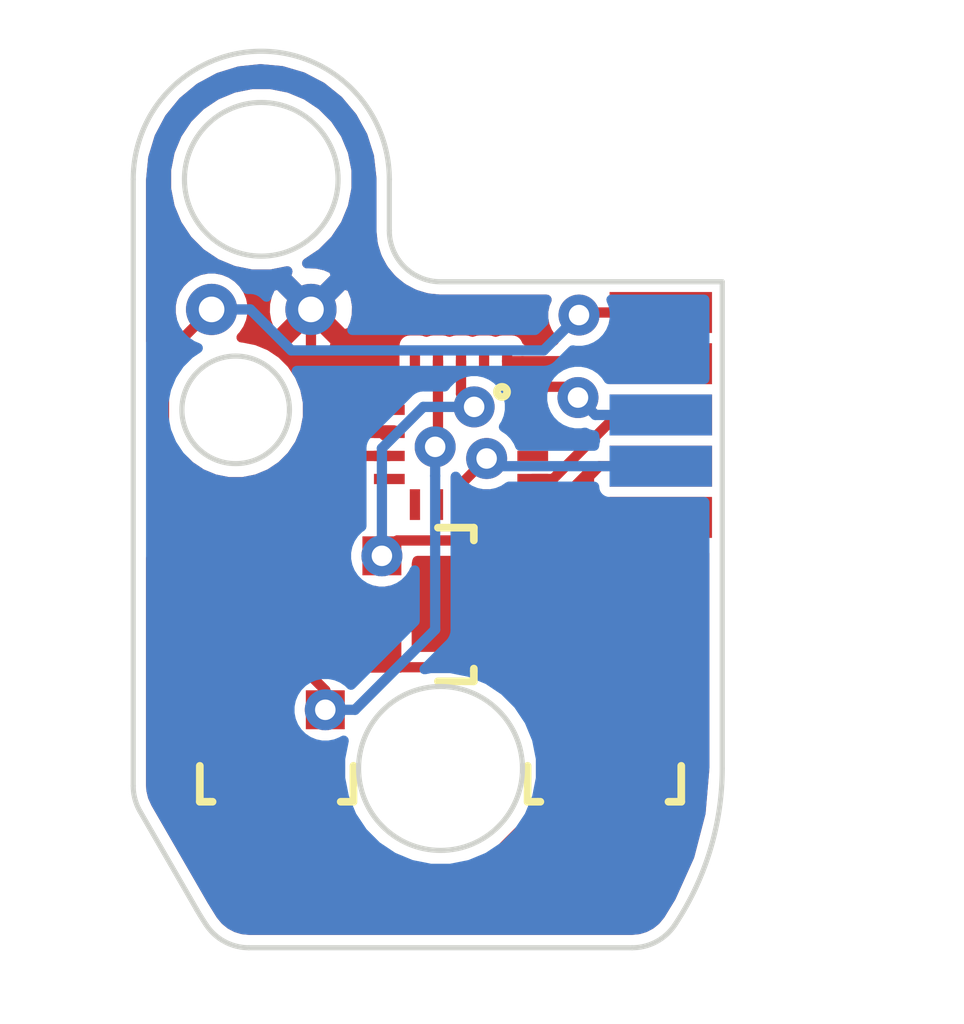
<source format=kicad_pcb>
(kicad_pcb (version 20171130) (host pcbnew "(5.1.5-rc2)")

  (general
    (thickness 1.6)
    (drawings 16)
    (tracks 103)
    (zones 0)
    (modules 12)
    (nets 11)
  )

  (page A4)
  (layers
    (0 F.Cu signal)
    (31 B.Cu signal)
    (32 B.Adhes user)
    (33 F.Adhes user)
    (34 B.Paste user)
    (35 F.Paste user)
    (36 B.SilkS user)
    (37 F.SilkS user)
    (38 B.Mask user)
    (39 F.Mask user)
    (40 Dwgs.User user)
    (41 Cmts.User user)
    (42 Eco1.User user)
    (43 Eco2.User user)
    (44 Edge.Cuts user)
    (45 Margin user)
    (46 B.CrtYd user)
    (47 F.CrtYd user)
    (48 B.Fab user)
    (49 F.Fab user)
  )

  (setup
    (last_trace_width 0.25)
    (user_trace_width 0.18)
    (user_trace_width 0.2)
    (user_trace_width 0.3)
    (user_trace_width 0.4)
    (user_trace_width 0.5)
    (user_trace_width 0.8)
    (user_trace_width 1)
    (user_trace_width 1.4)
    (trace_clearance 0.2)
    (zone_clearance 0.2)
    (zone_45_only no)
    (trace_min 0.18)
    (via_size 0.8)
    (via_drill 0.4)
    (via_min_size 0.4)
    (via_min_drill 0.3)
    (uvia_size 0.3)
    (uvia_drill 0.1)
    (uvias_allowed no)
    (uvia_min_size 0.2)
    (uvia_min_drill 0.1)
    (edge_width 0.05)
    (segment_width 0.2)
    (pcb_text_width 0.3)
    (pcb_text_size 1.5 1.5)
    (mod_edge_width 0.12)
    (mod_text_size 1 1)
    (mod_text_width 0.15)
    (pad_size 2.6 2.6)
    (pad_drill 1.6)
    (pad_to_mask_clearance 0.051)
    (solder_mask_min_width 0.25)
    (aux_axis_origin 0 0)
    (visible_elements FFFDFF7F)
    (pcbplotparams
      (layerselection 0x010f0_ffffffff)
      (usegerberextensions true)
      (usegerberattributes false)
      (usegerberadvancedattributes false)
      (creategerberjobfile false)
      (excludeedgelayer true)
      (linewidth 0.100000)
      (plotframeref false)
      (viasonmask false)
      (mode 1)
      (useauxorigin false)
      (hpglpennumber 1)
      (hpglpenspeed 20)
      (hpglpendiameter 15.000000)
      (psnegative false)
      (psa4output false)
      (plotreference true)
      (plotvalue true)
      (plotinvisibletext false)
      (padsonsilk false)
      (subtractmaskfromsilk true)
      (outputformat 1)
      (mirror false)
      (drillshape 0)
      (scaleselection 1)
      (outputdirectory ""))
  )

  (net 0 "")
  (net 1 GND)
  (net 2 "Net-(R29-Pad2)")
  (net 3 "Net-(R30-Pad2)")
  (net 4 +5V)
  (net 5 +3V3)
  (net 6 /SDA\MOSI)
  (net 7 /SCL\SCK)
  (net 8 /HOLD)
  (net 9 /MISO)
  (net 10 /RESET)

  (net_class Default "これはデフォルトのネット クラスです。"
    (clearance 0.2)
    (trace_width 0.25)
    (via_dia 0.8)
    (via_drill 0.4)
    (uvia_dia 0.3)
    (uvia_drill 0.1)
    (add_net +3V3)
    (add_net +5V)
    (add_net /HOLD)
    (add_net /MISO)
    (add_net /RESET)
    (add_net /SCL\SCK)
    (add_net /SDA\MOSI)
    (add_net GND)
    (add_net "Net-(R29-Pad2)")
    (add_net "Net-(R30-Pad2)")
    (add_net "Net-(U14-Pad10)")
    (add_net "Net-(U14-Pad11)")
    (add_net "Net-(U14-Pad12)")
    (add_net "Net-(U14-Pad14)")
    (add_net "Net-(U14-Pad15)")
    (add_net "Net-(U14-Pad17)")
    (add_net "Net-(U14-Pad18)")
    (add_net "Net-(U14-Pad19)")
    (add_net "Net-(U14-Pad2)")
    (add_net "Net-(U14-Pad5)")
    (add_net "Net-(U14-Pad6)")
    (add_net "Net-(U14-Pad7)")
  )

  (module module:QFN-20_P0.45 (layer F.Cu) (tedit 5F9D23B1) (tstamp 5FA1429A)
    (at 6.400045 7.449986 270)
    (path /6007CAB3)
    (fp_text reference U14 (at 0 -7.12 90) (layer F.SilkS) hide
      (effects (font (size 1 1) (thickness 0.15)))
    )
    (fp_text value ATtiny84A-MMH (at 0 -8.12 90) (layer F.Fab)
      (effects (font (size 1 1) (thickness 0.15)))
    )
    (fp_circle (center -0.8 -0.8) (end -0.8 -0.7) (layer F.SilkS) (width 0.15))
    (pad 20 smd rect (at -0.9 -1.4) (size 0.6 0.2) (layers F.Cu F.Paste F.Mask)
      (net 9 /MISO))
    (pad 19 smd rect (at -0.45 -1.4) (size 0.6 0.2) (layers F.Cu F.Paste F.Mask))
    (pad 18 smd rect (at 0 -1.4) (size 0.6 0.2) (layers F.Cu F.Paste F.Mask))
    (pad 17 smd rect (at 0.45 -1.4) (size 0.6 0.2) (layers F.Cu F.Paste F.Mask))
    (pad 16 smd rect (at 0.9 -1.4) (size 0.6 0.2) (layers F.Cu F.Paste F.Mask)
      (net 6 /SDA\MOSI))
    (pad 15 smd rect (at 1.4 -0.9 270) (size 0.6 0.2) (layers F.Cu F.Paste F.Mask))
    (pad 14 smd rect (at 1.4 -0.45 270) (size 0.6 0.2) (layers F.Cu F.Paste F.Mask))
    (pad 13 smd rect (at 1.4 0 270) (size 0.6 0.2) (layers F.Cu F.Paste F.Mask)
      (net 10 /RESET))
    (pad 12 smd rect (at 1.4 0.45 270) (size 0.6 0.2) (layers F.Cu F.Paste F.Mask))
    (pad 11 smd rect (at 1.4 0.9 270) (size 0.6 0.2) (layers F.Cu F.Paste F.Mask))
    (pad 10 smd rect (at 0.9 1.4) (size 0.6 0.2) (layers F.Cu F.Paste F.Mask))
    (pad 9 smd rect (at 0.45 1.4) (size 0.6 0.2) (layers F.Cu F.Paste F.Mask)
      (net 5 +3V3))
    (pad 8 smd rect (at 0 1.4) (size 0.6 0.2) (layers F.Cu F.Paste F.Mask)
      (net 1 GND))
    (pad 7 smd rect (at -0.45 1.4) (size 0.6 0.2) (layers F.Cu F.Paste F.Mask))
    (pad 6 smd rect (at -0.9 1.4) (size 0.6 0.2) (layers F.Cu F.Paste F.Mask))
    (pad 5 smd rect (at -1.4 0.9 270) (size 0.6 0.2) (layers F.Cu F.Paste F.Mask))
    (pad 4 smd rect (at -1.4 0.45 270) (size 0.6 0.2) (layers F.Cu F.Paste F.Mask)
      (net 2 "Net-(R29-Pad2)"))
    (pad 3 smd rect (at -1.4 0 270) (size 0.6 0.2) (layers F.Cu F.Paste F.Mask)
      (net 3 "Net-(R30-Pad2)"))
    (pad 2 smd rect (at -1.4 -0.45 270) (size 0.6 0.2) (layers F.Cu F.Paste F.Mask))
    (pad 1 smd rect (at -1.4 -0.9 270) (size 0.6 0.2) (layers F.Cu F.Paste F.Mask)
      (net 7 /SCL\SCK))
  )

  (module module:Q_SOT-23 (layer F.Cu) (tedit 5965F5F4) (tstamp 5FA1426C)
    (at 6.000045 10.799986 270)
    (descr SOT-23)
    (tags SOT-23)
    (path /6008AF1B)
    (attr smd)
    (fp_text reference U13 (at 0 -2.25 90) (layer F.SilkS) hide
      (effects (font (size 1 1) (thickness 0.15)))
    )
    (fp_text value AH1751 (at 0 2.3 90) (layer F.Fab)
      (effects (font (size 1 1) (thickness 0.15)))
    )
    (fp_line (start 1.49982 -0.65024) (end 1.49982 0.0508) (layer F.SilkS) (width 0.15))
    (fp_line (start 1.29916 -0.65024) (end 1.49982 -0.65024) (layer F.SilkS) (width 0.15))
    (fp_line (start -1.49982 -0.65024) (end -1.2509 -0.65024) (layer F.SilkS) (width 0.15))
    (fp_line (start -1.49982 0.0508) (end -1.49982 -0.65024) (layer F.SilkS) (width 0.15))
    (fp_line (start 1.29916 -0.65024) (end 1.2509 -0.65024) (layer F.SilkS) (width 0.15))
    (pad 3 smd rect (at 0 -1.145 270) (size 0.76 0.76) (layers F.Cu F.Paste F.Mask)
      (net 1 GND))
    (pad 2 smd rect (at 0.95 1.145 270) (size 0.76 0.76) (layers F.Cu F.Paste F.Mask)
      (net 5 +3V3))
    (pad 1 smd rect (at -0.95 1.145 270) (size 0.76 0.76) (layers F.Cu F.Paste F.Mask)
      (net 3 "Net-(R30-Pad2)"))
    (model TO_SOT_Packages_SMD.3dshapes/SOT-23.wrl
      (at (xyz 0 0 0))
      (scale (xyz 1 1 1))
      (rotate (xyz 0 0 0))
    )
  )

  (module module:Q_SOT-23 (layer F.Cu) (tedit 5965F5F4) (tstamp 5FA14260)
    (at 2.800045 13.999986 180)
    (descr SOT-23)
    (tags SOT-23)
    (path /60086555)
    (attr smd)
    (fp_text reference U12 (at 0 -2.25) (layer F.SilkS) hide
      (effects (font (size 1 1) (thickness 0.15)))
    )
    (fp_text value AH1751 (at 0 2.3) (layer F.Fab)
      (effects (font (size 1 1) (thickness 0.15)))
    )
    (fp_line (start 1.49982 -0.65024) (end 1.49982 0.0508) (layer F.SilkS) (width 0.15))
    (fp_line (start 1.29916 -0.65024) (end 1.49982 -0.65024) (layer F.SilkS) (width 0.15))
    (fp_line (start -1.49982 -0.65024) (end -1.2509 -0.65024) (layer F.SilkS) (width 0.15))
    (fp_line (start -1.49982 0.0508) (end -1.49982 -0.65024) (layer F.SilkS) (width 0.15))
    (fp_line (start 1.29916 -0.65024) (end 1.2509 -0.65024) (layer F.SilkS) (width 0.15))
    (pad 3 smd rect (at 0 -1.145 180) (size 0.76 0.76) (layers F.Cu F.Paste F.Mask)
      (net 1 GND))
    (pad 2 smd rect (at 0.95 1.145 180) (size 0.76 0.76) (layers F.Cu F.Paste F.Mask)
      (net 5 +3V3))
    (pad 1 smd rect (at -0.95 1.145 180) (size 0.76 0.76) (layers F.Cu F.Paste F.Mask)
      (net 2 "Net-(R29-Pad2)"))
    (model TO_SOT_Packages_SMD.3dshapes/SOT-23.wrl
      (at (xyz 0 0 0))
      (scale (xyz 1 1 1))
      (rotate (xyz 0 0 0))
    )
  )

  (module module:Q_SOT-23 (layer F.Cu) (tedit 5965F5F4) (tstamp 5FA14254)
    (at 9.200045 13.999986 180)
    (descr SOT-23)
    (tags SOT-23)
    (path /60041904)
    (attr smd)
    (fp_text reference U11 (at 0 -2.25) (layer F.SilkS) hide
      (effects (font (size 1 1) (thickness 0.15)))
    )
    (fp_text value AP7333 (at 0 2.3) (layer F.Fab)
      (effects (font (size 1 1) (thickness 0.15)))
    )
    (fp_line (start 1.49982 -0.65024) (end 1.49982 0.0508) (layer F.SilkS) (width 0.15))
    (fp_line (start 1.29916 -0.65024) (end 1.49982 -0.65024) (layer F.SilkS) (width 0.15))
    (fp_line (start -1.49982 -0.65024) (end -1.2509 -0.65024) (layer F.SilkS) (width 0.15))
    (fp_line (start -1.49982 0.0508) (end -1.49982 -0.65024) (layer F.SilkS) (width 0.15))
    (fp_line (start 1.29916 -0.65024) (end 1.2509 -0.65024) (layer F.SilkS) (width 0.15))
    (pad 3 smd rect (at 0 -1.145 180) (size 0.76 0.76) (layers F.Cu F.Paste F.Mask)
      (net 1 GND))
    (pad 2 smd rect (at 0.95 1.145 180) (size 0.76 0.76) (layers F.Cu F.Paste F.Mask)
      (net 5 +3V3))
    (pad 1 smd rect (at -0.95 1.145 180) (size 0.76 0.76) (layers F.Cu F.Paste F.Mask)
      (net 4 +5V))
    (model TO_SOT_Packages_SMD.3dshapes/SOT-23.wrl
      (at (xyz 0 0 0))
      (scale (xyz 1 1 1))
      (rotate (xyz 0 0 0))
    )
  )

  (module module:1005 (layer F.Cu) (tedit 5BA72218) (tstamp 5FA13ECE)
    (at 7.975045 10.049986 90)
    (path /6008AF21)
    (fp_text reference R30 (at 0 -0.77 90) (layer F.SilkS) hide
      (effects (font (size 1 1) (thickness 0.15)))
    )
    (fp_text value 10K (at 0 -1.77 90) (layer F.Fab)
      (effects (font (size 1 1) (thickness 0.15)))
    )
    (pad 2 smd rect (at 0.5 0 90) (size 0.4 0.5) (layers F.Cu F.Paste F.Mask)
      (net 3 "Net-(R30-Pad2)"))
    (pad 1 smd rect (at -0.5 0 90) (size 0.4 0.5) (layers F.Cu F.Paste F.Mask)
      (net 5 +3V3))
  )

  (module module:1005 (layer F.Cu) (tedit 5BA72218) (tstamp 5FA13EC8)
    (at 2.800045 12.024986)
    (path /60089362)
    (fp_text reference R29 (at 0 -0.77) (layer F.SilkS) hide
      (effects (font (size 1 1) (thickness 0.15)))
    )
    (fp_text value 10K (at 0 -1.77) (layer F.Fab)
      (effects (font (size 1 1) (thickness 0.15)))
    )
    (pad 2 smd rect (at 0.5 0) (size 0.4 0.5) (layers F.Cu F.Paste F.Mask)
      (net 2 "Net-(R29-Pad2)"))
    (pad 1 smd rect (at -0.5 0) (size 0.4 0.5) (layers F.Cu F.Paste F.Mask)
      (net 5 +3V3))
  )

  (module module:1005 (layer F.Cu) (tedit 5BA72218) (tstamp 5FA13EC2)
    (at 1.850045 10.874986 270)
    (path /60084517)
    (fp_text reference R28 (at 0 -0.77 90) (layer F.SilkS) hide
      (effects (font (size 1 1) (thickness 0.15)))
    )
    (fp_text value 4.7K (at 0 -1.77 90) (layer F.Fab)
      (effects (font (size 1 1) (thickness 0.15)))
    )
    (pad 2 smd rect (at 0.5 0 270) (size 0.4 0.5) (layers F.Cu F.Paste F.Mask)
      (net 5 +3V3))
    (pad 1 smd rect (at -0.5 0 270) (size 0.4 0.5) (layers F.Cu F.Paste F.Mask)
      (net 8 /HOLD))
  )

  (module module:2Pads (layer F.Cu) (tedit 5FA0F6F6) (tstamp 5FA13DA8)
    (at 2.500045 5.039986)
    (path /6008171B)
    (fp_text reference Q24 (at 0 -3.81) (layer F.SilkS) hide
      (effects (font (size 1 1) (thickness 0.15)))
    )
    (fp_text value Q_Photo_NPN (at 0 -5.08) (layer F.Fab)
      (effects (font (size 1 1) (thickness 0.15)))
    )
    (pad 2 thru_hole circle (at 0.97 0) (size 1 1) (drill 0.5) (layers *.Cu *.Mask)
      (net 1 GND))
    (pad 1 thru_hole circle (at -0.97 0) (size 1 1) (drill 0.5) (layers *.Cu *.Mask)
      (net 8 /HOLD))
  )

  (module module:2Pads (layer B.Cu) (tedit 5FA0F647) (tstamp 5FA13BF3)
    (at 10.300045 7.599986 90)
    (path /60286B18)
    (fp_text reference J11 (at 0 3.81 90) (layer B.SilkS) hide
      (effects (font (size 1 1) (thickness 0.15)) (justify mirror))
    )
    (fp_text value Conn_01x02 (at 0 5.08 90) (layer B.Fab)
      (effects (font (size 1 1) (thickness 0.15)) (justify mirror))
    )
    (pad 2 smd rect (at 0.5 0 90) (size 0.8 2) (layers B.Cu B.Paste B.Mask)
      (net 9 /MISO))
    (pad 1 smd rect (at -0.5 0 90) (size 0.8 2) (layers B.Cu B.Paste B.Mask)
      (net 10 /RESET))
  )

  (module module:CONN_01x05 (layer F.Cu) (tedit 5FA0F4C7) (tstamp 5FA13AEF)
    (at 10.300045 7.099986 270)
    (path /600098A8)
    (fp_text reference J5 (at 0 -1.27 90) (layer F.SilkS) hide
      (effects (font (size 1 1) (thickness 0.15)))
    )
    (fp_text value Conn_01x05 (at 0 -1.27 90) (layer F.Fab)
      (effects (font (size 1 1) (thickness 0.15)))
    )
    (pad 5 smd rect (at 2 0 270) (size 0.8 2) (layers F.Cu F.Paste F.Mask)
      (net 4 +5V))
    (pad 4 smd rect (at 1 0 270) (size 0.8 2) (layers F.Cu F.Paste F.Mask)
      (net 1 GND))
    (pad 3 smd rect (at 0 0 270) (size 0.8 2) (layers F.Cu F.Paste F.Mask)
      (net 6 /SDA\MOSI))
    (pad 2 smd rect (at -1 0 270) (size 0.8 2) (layers F.Cu F.Paste F.Mask)
      (net 7 /SCL\SCK))
    (pad 1 smd rect (at -2 0 270) (size 0.8 2) (layers F.Cu F.Paste F.Mask)
      (net 8 /HOLD))
  )

  (module module:1005 (layer F.Cu) (tedit 5BA72218) (tstamp 5FA137EE)
    (at 8.400045 12.024986 180)
    (path /6007AD97)
    (fp_text reference C33 (at 0 -0.77) (layer F.SilkS) hide
      (effects (font (size 1 1) (thickness 0.15)))
    )
    (fp_text value 1u (at 0 -1.77) (layer F.Fab)
      (effects (font (size 1 1) (thickness 0.15)))
    )
    (pad 2 smd rect (at 0.5 0 180) (size 0.4 0.5) (layers F.Cu F.Paste F.Mask)
      (net 5 +3V3))
    (pad 1 smd rect (at -0.5 0 180) (size 0.4 0.5) (layers F.Cu F.Paste F.Mask)
      (net 1 GND))
  )

  (module module:1005 (layer F.Cu) (tedit 5BA72218) (tstamp 5FA137E8)
    (at 10.000045 12.024986 180)
    (path /6007918F)
    (fp_text reference C32 (at 0 -0.77) (layer F.SilkS) hide
      (effects (font (size 1 1) (thickness 0.15)))
    )
    (fp_text value 1u (at 0 -1.77) (layer F.Fab)
      (effects (font (size 1 1) (thickness 0.15)))
    )
    (pad 2 smd rect (at 0.5 0 180) (size 0.4 0.5) (layers F.Cu F.Paste F.Mask)
      (net 1 GND))
    (pad 1 smd rect (at -0.5 0 180) (size 0.4 0.5) (layers F.Cu F.Paste F.Mask)
      (net 4 +5V))
  )

  (gr_line (start 2.258343 17.5) (end 9.741658 17.5) (layer Edge.Cuts) (width 0.1))
  (gr_arc (start 2.258343 16.5) (end 1.426863 17.055555) (angle -56.2510114) (layer Edge.Cuts) (width 0.1))
  (gr_arc (start 6 14) (end 1.23686 16.75) (angle -3.748988596) (layer Edge.Cuts) (width 0.1))
  (gr_line (start 0.133975 14.839746) (end 1.23686 16.75) (layer Edge.Cuts) (width 0.1))
  (gr_arc (start 1 14.339746) (end 0 14.339746) (angle -30) (layer Edge.Cuts) (width 0.1))
  (gr_line (start 0 2.5) (end 0 14.339746) (layer Edge.Cuts) (width 0.1))
  (gr_arc (start 2.5 2.5) (end 5 2.5) (angle -180) (layer Edge.Cuts) (width 0.1))
  (gr_line (start 5 3.5) (end 5 2.5) (layer Edge.Cuts) (width 0.1))
  (gr_arc (start 6 3.5) (end 5 3.5) (angle -90) (layer Edge.Cuts) (width 0.1))
  (gr_line (start 11.5 4.5) (end 6 4.5) (layer Edge.Cuts) (width 0.1))
  (gr_line (start 11.5 14) (end 11.5 4.5) (layer Edge.Cuts) (width 0.1))
  (gr_arc (start 6 14) (end 10.573137 17.055555) (angle -33.7489886) (layer Edge.Cuts) (width 0.1))
  (gr_arc (start 9.741658 16.5) (end 9.741658 17.5) (angle -56.2510114) (layer Edge.Cuts) (width 0.1))
  (gr_circle (center 2 7) (end 2 5.95) (layer Edge.Cuts) (width 0.1))
  (gr_circle (center 2.5 2.5) (end 2.5 1) (layer Edge.Cuts) (width 0.1))
  (gr_circle (center 6 14) (end 6 12.4) (layer Edge.Cuts) (width 0.1))

  (segment (start 8.900045 12.024986) (end 9.500045 12.024986) (width 0.2) (layer F.Cu) (net 1))
  (segment (start 9.200045 12.024986) (end 8.900045 12.024986) (width 0.2) (layer F.Cu) (net 1))
  (segment (start 9.200045 15.144986) (end 9.200045 12.024986) (width 0.2) (layer F.Cu) (net 1))
  (segment (start 8.900045 11.574986) (end 8.900045 12.024986) (width 0.2) (layer F.Cu) (net 1))
  (segment (start 8.543245 8.656786) (end 8.543245 11.218186) (width 0.2) (layer F.Cu) (net 1))
  (segment (start 8.543245 11.218186) (end 8.900045 11.574986) (width 0.2) (layer F.Cu) (net 1))
  (segment (start 9.100045 8.099986) (end 8.543245 8.656786) (width 0.2) (layer F.Cu) (net 1))
  (segment (start 10.300045 8.099986) (end 9.100045 8.099986) (width 0.2) (layer F.Cu) (net 1))
  (segment (start 9.200045 15.144986) (end 9.200045 15.724986) (width 0.2) (layer F.Cu) (net 1))
  (segment (start 3.444888 16.369829) (end 2.800045 15.724986) (width 0.2) (layer F.Cu) (net 1))
  (segment (start 9.200045 15.724986) (end 8.555202 16.369829) (width 0.2) (layer F.Cu) (net 1))
  (segment (start 8.555202 16.369829) (end 3.444888 16.369829) (width 0.2) (layer F.Cu) (net 1))
  (segment (start 2.800045 15.724986) (end 2.800045 15.144986) (width 0.2) (layer F.Cu) (net 1))
  (segment (start 4.500045 7.449986) (end 5.000045 7.449986) (width 0.2) (layer F.Cu) (net 1))
  (segment (start 3.470045 6.419986) (end 4.500045 7.449986) (width 0.2) (layer F.Cu) (net 1))
  (segment (start 3.470045 5.039986) (end 3.470045 6.419986) (width 0.2) (layer F.Cu) (net 1))
  (segment (start 8.543245 10.062486) (end 8.543245 11.218186) (width 0.18) (layer F.Cu) (net 1))
  (segment (start 8.457046 10.059985) (end 8.459547 10.062486) (width 0.18) (layer F.Cu) (net 1))
  (segment (start 7.493044 10.059985) (end 8.457046 10.059985) (width 0.18) (layer F.Cu) (net 1))
  (segment (start 8.459547 10.062486) (end 8.543245 10.062486) (width 0.18) (layer F.Cu) (net 1))
  (segment (start 7.490543 10.062486) (end 7.493044 10.059985) (width 0.18) (layer F.Cu) (net 1))
  (segment (start 7.322545 10.062486) (end 7.490543 10.062486) (width 0.18) (layer F.Cu) (net 1))
  (segment (start 7.145045 10.239986) (end 7.322545 10.062486) (width 0.18) (layer F.Cu) (net 1))
  (segment (start 7.145045 10.799986) (end 7.145045 10.239986) (width 0.18) (layer F.Cu) (net 1))
  (segment (start 4.408485 7.449986) (end 3.523234 8.335237) (width 0.18) (layer F.Cu) (net 1))
  (segment (start 2.332046 10.864987) (end 1.388042 10.864987) (width 0.18) (layer F.Cu) (net 1))
  (segment (start 3.523234 8.335237) (end 3.523234 9.673799) (width 0.18) (layer F.Cu) (net 1))
  (segment (start 3.523234 9.673799) (end 2.332046 10.864987) (width 0.18) (layer F.Cu) (net 1))
  (segment (start 5.000045 7.449986) (end 4.408485 7.449986) (width 0.18) (layer F.Cu) (net 1))
  (segment (start 1.180044 11.072985) (end 1.180044 14.084985) (width 0.18) (layer F.Cu) (net 1))
  (segment (start 1.388042 10.864987) (end 1.180044 11.072985) (width 0.18) (layer F.Cu) (net 1))
  (segment (start 1.180044 14.084985) (end 2.240045 15.144986) (width 0.18) (layer F.Cu) (net 1))
  (segment (start 2.240045 15.144986) (end 2.800045 15.144986) (width 0.18) (layer F.Cu) (net 1))
  (segment (start 3.750045 12.474986) (end 3.300045 12.024986) (width 0.2) (layer F.Cu) (net 2))
  (segment (start 3.750045 12.854986) (end 3.750045 12.474986) (width 0.2) (layer F.Cu) (net 2))
  (via (at 3.750045 12.854986) (size 0.8) (drill 0.4) (layers F.Cu B.Cu) (net 2))
  (segment (start 5.950045 6.049986) (end 5.950045 7.667479) (width 0.2) (layer F.Cu) (net 2))
  (via (at 5.895031 7.722493) (size 0.8) (drill 0.4) (layers F.Cu B.Cu) (net 2))
  (segment (start 5.950045 7.667479) (end 5.895031 7.722493) (width 0.2) (layer F.Cu) (net 2))
  (segment (start 4.330045 12.854986) (end 5.895031 11.29) (width 0.2) (layer B.Cu) (net 2))
  (segment (start 3.750045 12.854986) (end 4.330045 12.854986) (width 0.2) (layer B.Cu) (net 2))
  (segment (start 5.895031 8.288178) (end 5.895031 7.722493) (width 0.2) (layer B.Cu) (net 2))
  (segment (start 5.895031 11.29) (end 5.895031 8.288178) (width 0.2) (layer B.Cu) (net 2))
  (segment (start 5.155045 9.549986) (end 4.855045 9.849986) (width 0.2) (layer F.Cu) (net 3))
  (segment (start 7.975045 9.549986) (end 5.155045 9.549986) (width 0.2) (layer F.Cu) (net 3))
  (via (at 6.65573 6.942529) (size 0.8) (drill 0.4) (layers F.Cu B.Cu) (net 3))
  (segment (start 6.400045 6.686844) (end 6.65573 6.942529) (width 0.2) (layer F.Cu) (net 3))
  (segment (start 6.400045 6.049986) (end 6.400045 6.686844) (width 0.2) (layer F.Cu) (net 3))
  (via (at 4.855045 9.849986) (size 0.8) (drill 0.4) (layers F.Cu B.Cu) (net 3))
  (segment (start 4.855045 7.750686) (end 4.855045 9.849986) (width 0.2) (layer B.Cu) (net 3))
  (segment (start 5.663202 6.942529) (end 4.855045 7.750686) (width 0.2) (layer B.Cu) (net 3))
  (segment (start 6.65573 6.942529) (end 5.663202 6.942529) (width 0.2) (layer B.Cu) (net 3))
  (segment (start 10.500045 12.504986) (end 10.150045 12.854986) (width 0.2) (layer F.Cu) (net 4))
  (segment (start 10.500045 12.024986) (end 10.500045 12.504986) (width 0.2) (layer F.Cu) (net 4))
  (segment (start 10.500045 9.299986) (end 10.300045 9.099986) (width 0.2) (layer F.Cu) (net 4))
  (segment (start 10.500045 12.024986) (end 10.500045 9.299986) (width 0.2) (layer F.Cu) (net 4))
  (segment (start 7.900045 12.504986) (end 8.250045 12.854986) (width 0.2) (layer F.Cu) (net 5))
  (segment (start 7.900045 12.024986) (end 7.900045 12.504986) (width 0.2) (layer F.Cu) (net 5))
  (segment (start 7.900045 10.624986) (end 7.975045 10.549986) (width 0.2) (layer F.Cu) (net 5))
  (segment (start 7.900045 12.024986) (end 7.900045 10.624986) (width 0.2) (layer F.Cu) (net 5))
  (segment (start 5.130045 12.024986) (end 4.855045 11.749986) (width 0.2) (layer F.Cu) (net 5))
  (segment (start 7.900045 12.024986) (end 5.130045 12.024986) (width 0.2) (layer F.Cu) (net 5))
  (segment (start 6.790389 15.969818) (end 4.964877 15.969818) (width 0.2) (layer F.Cu) (net 5))
  (segment (start 8.250045 14.510163) (end 6.790389 15.969818) (width 0.2) (layer F.Cu) (net 5))
  (segment (start 4.964877 15.969818) (end 1.850045 12.854986) (width 0.2) (layer F.Cu) (net 5))
  (segment (start 8.250045 12.854986) (end 8.250045 14.510163) (width 0.2) (layer F.Cu) (net 5))
  (segment (start 1.850045 12.474986) (end 2.300045 12.024986) (width 0.2) (layer F.Cu) (net 5))
  (segment (start 1.850045 12.854986) (end 1.850045 12.474986) (width 0.2) (layer F.Cu) (net 5))
  (segment (start 1.850045 11.574986) (end 2.300045 12.024986) (width 0.2) (layer F.Cu) (net 5))
  (segment (start 1.850045 11.374986) (end 1.850045 11.574986) (width 0.2) (layer F.Cu) (net 5))
  (segment (start 3.913245 8.496784) (end 4.510043 7.899986) (width 0.2) (layer F.Cu) (net 5))
  (segment (start 3.913245 11.388186) (end 3.913245 8.496784) (width 0.2) (layer F.Cu) (net 5))
  (segment (start 4.855045 11.749986) (end 4.275045 11.749986) (width 0.2) (layer F.Cu) (net 5))
  (segment (start 4.510043 7.899986) (end 5.000045 7.899986) (width 0.2) (layer F.Cu) (net 5))
  (segment (start 4.275045 11.749986) (end 3.913245 11.388186) (width 0.2) (layer F.Cu) (net 5))
  (segment (start 8.195745 8.349986) (end 7.800045 8.349986) (width 0.2) (layer F.Cu) (net 6))
  (segment (start 9.445745 7.099986) (end 8.195745 8.349986) (width 0.2) (layer F.Cu) (net 6))
  (segment (start 10.300045 7.099986) (end 9.445745 7.099986) (width 0.2) (layer F.Cu) (net 6))
  (segment (start 7.600045 6.049986) (end 7.300045 6.049986) (width 0.2) (layer F.Cu) (net 7))
  (segment (start 10.250045 6.049986) (end 7.600045 6.049986) (width 0.2) (layer F.Cu) (net 7))
  (segment (start 10.300045 6.099986) (end 10.250045 6.049986) (width 0.2) (layer F.Cu) (net 7))
  (via (at 8.703245 5.15) (size 0.8) (drill 0.4) (layers F.Cu B.Cu) (net 8))
  (segment (start 8.013258 5.839987) (end 8.703245 5.15) (width 0.2) (layer B.Cu) (net 8))
  (segment (start 3.086044 5.839987) (end 8.013258 5.839987) (width 0.2) (layer B.Cu) (net 8))
  (segment (start 2.286043 5.039986) (end 3.086044 5.839987) (width 0.2) (layer B.Cu) (net 8))
  (segment (start 1.530045 5.039986) (end 2.286043 5.039986) (width 0.2) (layer B.Cu) (net 8))
  (segment (start 8.753259 5.099986) (end 8.703245 5.15) (width 0.2) (layer F.Cu) (net 8))
  (segment (start 10.300045 5.099986) (end 8.753259 5.099986) (width 0.2) (layer F.Cu) (net 8))
  (segment (start 0.600487 9.575428) (end 0.600487 5.969544) (width 0.2) (layer F.Cu) (net 8))
  (segment (start 1.030046 5.539985) (end 1.530045 5.039986) (width 0.2) (layer F.Cu) (net 8))
  (segment (start 0.600487 5.969544) (end 1.030046 5.539985) (width 0.2) (layer F.Cu) (net 8))
  (segment (start 1.400045 10.374986) (end 0.600487 9.575428) (width 0.2) (layer F.Cu) (net 8))
  (segment (start 1.850045 10.374986) (end 1.400045 10.374986) (width 0.2) (layer F.Cu) (net 8))
  (via (at 8.683595 6.760447) (size 0.8) (drill 0.4) (layers F.Cu B.Cu) (net 9))
  (segment (start 9.023134 7.099986) (end 8.683595 6.760447) (width 0.2) (layer B.Cu) (net 9))
  (segment (start 10.300045 7.099986) (end 9.023134 7.099986) (width 0.2) (layer B.Cu) (net 9))
  (segment (start 8.473134 6.549986) (end 7.800045 6.549986) (width 0.2) (layer F.Cu) (net 9))
  (segment (start 8.683595 6.760447) (end 8.473134 6.549986) (width 0.2) (layer F.Cu) (net 9))
  (segment (start 6.400045 8.449982) (end 6.900043 7.949984) (width 0.2) (layer F.Cu) (net 10))
  (via (at 6.900043 7.949984) (size 0.8) (drill 0.4) (layers F.Cu B.Cu) (net 10))
  (segment (start 6.400045 8.849986) (end 6.400045 8.449982) (width 0.2) (layer F.Cu) (net 10))
  (segment (start 7.050045 8.099986) (end 6.900043 7.949984) (width 0.2) (layer B.Cu) (net 10))
  (segment (start 10.300045 8.099986) (end 7.050045 8.099986) (width 0.2) (layer B.Cu) (net 10))

  (zone (net 1) (net_name GND) (layer F.Cu) (tstamp 0) (hatch edge 0.508)
    (connect_pads (clearance 0.2))
    (min_thickness 0.2)
    (fill yes (arc_segments 32) (thermal_gap 0.3) (thermal_bridge_width 0.4))
    (polygon
      (pts
        (xy 13 19) (xy -1 19) (xy -1 -1) (xy 13 -1)
      )
    )
    (filled_polygon
      (pts
        (xy 11.15 13.985174) (xy 11.075133 14.867509) (xy 10.856411 15.710211) (xy 10.495643 16.511088) (xy 10.287111 16.852389)
        (xy 10.200498 16.958025) (xy 10.102797 17.038424) (xy 9.991337 17.098315) (xy 9.870369 17.135416) (xy 9.728052 17.15)
        (xy 2.275464 17.15) (xy 2.132415 17.135974) (xy 2.011285 17.099402) (xy 1.899569 17.040003) (xy 1.801515 16.960032)
        (xy 1.713317 16.853419) (xy 1.537108 16.570045) (xy 0.933744 15.524986) (xy 2.01811 15.524986) (xy 2.025833 15.6034)
        (xy 2.048705 15.6788) (xy 2.085848 15.748289) (xy 2.135834 15.809197) (xy 2.196742 15.859183) (xy 2.266231 15.896326)
        (xy 2.341631 15.919198) (xy 2.420045 15.926921) (xy 2.600045 15.924986) (xy 2.700045 15.824986) (xy 2.700045 15.244986)
        (xy 2.120045 15.244986) (xy 2.020045 15.344986) (xy 2.01811 15.524986) (xy 0.933744 15.524986) (xy 0.445644 14.679573)
        (xy 0.386268 14.54868) (xy 0.356108 14.420091) (xy 0.35 14.328141) (xy 0.35 9.890626) (xy 1.103312 10.643939)
        (xy 1.115834 10.659197) (xy 1.131092 10.671719) (xy 1.131094 10.671721) (xy 1.176742 10.709183) (xy 1.246231 10.746326)
        (xy 1.321631 10.769198) (xy 1.37571 10.774524) (xy 1.386887 10.788144) (xy 1.432568 10.825633) (xy 1.484685 10.85349)
        (xy 1.541235 10.870645) (xy 1.585312 10.874986) (xy 1.541235 10.879327) (xy 1.484685 10.896482) (xy 1.432568 10.924339)
        (xy 1.386887 10.961828) (xy 1.349398 11.007509) (xy 1.321541 11.059626) (xy 1.304386 11.116176) (xy 1.298594 11.174986)
        (xy 1.298594 11.574986) (xy 1.304386 11.633796) (xy 1.321541 11.690346) (xy 1.349398 11.742463) (xy 1.386887 11.788144)
        (xy 1.432568 11.825633) (xy 1.484685 11.85349) (xy 1.541235 11.870645) (xy 1.584256 11.874882) (xy 1.73436 12.024986)
        (xy 1.585811 12.173535) (xy 1.470045 12.173535) (xy 1.411235 12.179327) (xy 1.354685 12.196482) (xy 1.302568 12.224339)
        (xy 1.256887 12.261828) (xy 1.219398 12.307509) (xy 1.191541 12.359626) (xy 1.174386 12.416176) (xy 1.168594 12.474986)
        (xy 1.168594 13.234986) (xy 1.174386 13.293796) (xy 1.191541 13.350346) (xy 1.219398 13.402463) (xy 1.256887 13.448144)
        (xy 1.302568 13.485633) (xy 1.354685 13.51349) (xy 1.411235 13.530645) (xy 1.470045 13.536437) (xy 1.965811 13.536437)
        (xy 2.79436 14.364986) (xy 2.700043 14.364986) (xy 2.700043 14.464984) (xy 2.600045 14.364986) (xy 2.420045 14.363051)
        (xy 2.341631 14.370774) (xy 2.266231 14.393646) (xy 2.196742 14.430789) (xy 2.135834 14.480775) (xy 2.085848 14.541683)
        (xy 2.048705 14.611172) (xy 2.025833 14.686572) (xy 2.01811 14.764986) (xy 2.020045 14.944986) (xy 2.120045 15.044986)
        (xy 2.700045 15.044986) (xy 2.700045 15.024986) (xy 2.900045 15.024986) (xy 2.900045 15.044986) (xy 2.920045 15.044986)
        (xy 2.920045 15.244986) (xy 2.900045 15.244986) (xy 2.900045 15.824986) (xy 3.000045 15.924986) (xy 3.180045 15.926921)
        (xy 3.258459 15.919198) (xy 3.333859 15.896326) (xy 3.403348 15.859183) (xy 3.464256 15.809197) (xy 3.514242 15.748289)
        (xy 3.551385 15.6788) (xy 3.574257 15.6034) (xy 3.58198 15.524986) (xy 3.580045 15.344986) (xy 3.480047 15.244988)
        (xy 3.580045 15.244988) (xy 3.580045 15.150671) (xy 4.66814 16.238766) (xy 4.680666 16.254029) (xy 4.695927 16.266553)
        (xy 4.741574 16.304015) (xy 4.811063 16.341158) (xy 4.886463 16.36403) (xy 4.964877 16.371753) (xy 4.984524 16.369818)
        (xy 6.770742 16.369818) (xy 6.790389 16.371753) (xy 6.810035 16.369818) (xy 6.810036 16.369818) (xy 6.868803 16.36403)
        (xy 6.944203 16.341158) (xy 7.013692 16.304015) (xy 7.0746 16.254029) (xy 7.087126 16.238766) (xy 7.800907 15.524986)
        (xy 8.41811 15.524986) (xy 8.425833 15.6034) (xy 8.448705 15.6788) (xy 8.485848 15.748289) (xy 8.535834 15.809197)
        (xy 8.596742 15.859183) (xy 8.666231 15.896326) (xy 8.741631 15.919198) (xy 8.820045 15.926921) (xy 9.000045 15.924986)
        (xy 9.100045 15.824986) (xy 9.100045 15.244986) (xy 9.300045 15.244986) (xy 9.300045 15.824986) (xy 9.400045 15.924986)
        (xy 9.580045 15.926921) (xy 9.658459 15.919198) (xy 9.733859 15.896326) (xy 9.803348 15.859183) (xy 9.864256 15.809197)
        (xy 9.914242 15.748289) (xy 9.951385 15.6788) (xy 9.974257 15.6034) (xy 9.98198 15.524986) (xy 9.980045 15.344986)
        (xy 9.880045 15.244986) (xy 9.300045 15.244986) (xy 9.100045 15.244986) (xy 8.520045 15.244986) (xy 8.420045 15.344986)
        (xy 8.41811 15.524986) (xy 7.800907 15.524986) (xy 8.419629 14.906265) (xy 8.420045 14.944986) (xy 8.520045 15.044986)
        (xy 9.100045 15.044986) (xy 9.100045 14.464986) (xy 9.300045 14.464986) (xy 9.300045 15.044986) (xy 9.880045 15.044986)
        (xy 9.980045 14.944986) (xy 9.98198 14.764986) (xy 9.974257 14.686572) (xy 9.951385 14.611172) (xy 9.914242 14.541683)
        (xy 9.864256 14.480775) (xy 9.803348 14.430789) (xy 9.733859 14.393646) (xy 9.658459 14.370774) (xy 9.580045 14.363051)
        (xy 9.400045 14.364986) (xy 9.300045 14.464986) (xy 9.100045 14.464986) (xy 9.000045 14.364986) (xy 8.820045 14.363051)
        (xy 8.741631 14.370774) (xy 8.666231 14.393646) (xy 8.650045 14.402298) (xy 8.650045 13.534467) (xy 8.688855 13.530645)
        (xy 8.745405 13.51349) (xy 8.797522 13.485633) (xy 8.843203 13.448144) (xy 8.880692 13.402463) (xy 8.908549 13.350346)
        (xy 8.925704 13.293796) (xy 8.931496 13.234986) (xy 8.931496 12.674986) (xy 9.000047 12.674986) (xy 9.000047 12.574988)
        (xy 9.100045 12.674986) (xy 9.100045 12.676921) (xy 9.178459 12.669198) (xy 9.200045 12.66265) (xy 9.221631 12.669198)
        (xy 9.300045 12.676921) (xy 9.300045 12.674986) (xy 9.400043 12.574988) (xy 9.400043 12.674986) (xy 9.468594 12.674986)
        (xy 9.468594 13.234986) (xy 9.474386 13.293796) (xy 9.491541 13.350346) (xy 9.519398 13.402463) (xy 9.556887 13.448144)
        (xy 9.602568 13.485633) (xy 9.654685 13.51349) (xy 9.711235 13.530645) (xy 9.770045 13.536437) (xy 10.530045 13.536437)
        (xy 10.588855 13.530645) (xy 10.645405 13.51349) (xy 10.697522 13.485633) (xy 10.743203 13.448144) (xy 10.780692 13.402463)
        (xy 10.808549 13.350346) (xy 10.825704 13.293796) (xy 10.831496 13.234986) (xy 10.831496 12.731635) (xy 10.834242 12.728289)
        (xy 10.871385 12.6588) (xy 10.894257 12.5834) (xy 10.897212 12.553399) (xy 10.900045 12.524633) (xy 10.90198 12.504986)
        (xy 10.901285 12.497925) (xy 10.913203 12.488144) (xy 10.950692 12.442463) (xy 10.978549 12.390346) (xy 10.995704 12.333796)
        (xy 11.001496 12.274986) (xy 11.001496 11.774986) (xy 10.995704 11.716176) (xy 10.978549 11.659626) (xy 10.950692 11.607509)
        (xy 10.913203 11.561828) (xy 10.900045 11.55103) (xy 10.900045 9.801437) (xy 11.15 9.801437)
      )
    )
    (filled_polygon
      (pts
        (xy 8.900045 8.299986) (xy 8.89811 8.499986) (xy 8.905833 8.5784) (xy 8.928705 8.6538) (xy 8.965848 8.723289)
        (xy 8.998594 8.76319) (xy 8.998594 9.499986) (xy 9.004386 9.558796) (xy 9.021541 9.615346) (xy 9.049398 9.667463)
        (xy 9.086887 9.713144) (xy 9.132568 9.750633) (xy 9.184685 9.77849) (xy 9.241235 9.795645) (xy 9.300045 9.801437)
        (xy 10.100046 9.801437) (xy 10.100045 11.551029) (xy 10.086887 11.561828) (xy 10.05829 11.596674) (xy 10.034242 11.551683)
        (xy 9.984256 11.490775) (xy 9.923348 11.440789) (xy 9.853859 11.403646) (xy 9.778459 11.380774) (xy 9.700045 11.373051)
        (xy 9.700045 11.374986) (xy 9.600045 11.474986) (xy 9.600045 11.924986) (xy 9.620045 11.924986) (xy 9.620045 12.124986)
        (xy 9.600045 12.124986) (xy 9.600045 12.144986) (xy 9.420045 12.144986) (xy 9.400045 12.124986) (xy 9.000045 12.124986)
        (xy 8.980045 12.144986) (xy 8.800045 12.144986) (xy 8.800045 12.124986) (xy 8.780045 12.124986) (xy 8.780045 11.924986)
        (xy 8.800045 11.924986) (xy 8.800045 11.774986) (xy 8.89811 11.774986) (xy 8.900045 11.824986) (xy 9.000045 11.924986)
        (xy 9.400045 11.924986) (xy 9.500045 11.824986) (xy 9.50198 11.774986) (xy 9.494257 11.696572) (xy 9.471385 11.621172)
        (xy 9.434242 11.551683) (xy 9.400045 11.510014) (xy 9.400045 11.474986) (xy 9.300045 11.374986) (xy 9.300045 11.373051)
        (xy 9.221631 11.380774) (xy 9.200045 11.387322) (xy 9.178459 11.380774) (xy 9.100045 11.373051) (xy 9.100045 11.374986)
        (xy 9.000045 11.474986) (xy 9.000045 11.510014) (xy 8.965848 11.551683) (xy 8.928705 11.621172) (xy 8.905833 11.696572)
        (xy 8.89811 11.774986) (xy 8.800045 11.774986) (xy 8.800045 11.474986) (xy 8.700045 11.374986) (xy 8.700045 11.373051)
        (xy 8.621631 11.380774) (xy 8.546231 11.403646) (xy 8.476742 11.440789) (xy 8.415834 11.490775) (xy 8.365848 11.551683)
        (xy 8.3418 11.596674) (xy 8.313203 11.561828) (xy 8.300045 11.55103) (xy 8.300045 11.040734) (xy 8.340405 11.02849)
        (xy 8.392522 11.000633) (xy 8.438203 10.963144) (xy 8.475692 10.917463) (xy 8.503549 10.865346) (xy 8.520704 10.808796)
        (xy 8.526496 10.749986) (xy 8.526496 10.349986) (xy 8.520704 10.291176) (xy 8.503549 10.234626) (xy 8.475692 10.182509)
        (xy 8.438203 10.136828) (xy 8.392522 10.099339) (xy 8.340405 10.071482) (xy 8.283855 10.054327) (xy 8.239778 10.049986)
        (xy 8.283855 10.045645) (xy 8.340405 10.02849) (xy 8.392522 10.000633) (xy 8.438203 9.963144) (xy 8.475692 9.917463)
        (xy 8.503549 9.865346) (xy 8.520704 9.808796) (xy 8.526496 9.749986) (xy 8.526496 9.349986) (xy 8.520704 9.291176)
        (xy 8.503549 9.234626) (xy 8.475692 9.182509) (xy 8.438203 9.136828) (xy 8.392522 9.099339) (xy 8.340405 9.071482)
        (xy 8.283855 9.054327) (xy 8.225045 9.048535) (xy 7.725045 9.048535) (xy 7.701496 9.050854) (xy 7.701496 8.751437)
        (xy 8.100045 8.751437) (xy 8.114778 8.749986) (xy 8.176099 8.749986) (xy 8.195745 8.751921) (xy 8.215391 8.749986)
        (xy 8.215392 8.749986) (xy 8.274159 8.744198) (xy 8.349559 8.721326) (xy 8.419048 8.684183) (xy 8.479956 8.634197)
        (xy 8.492482 8.618934) (xy 8.911429 8.199988) (xy 9.000043 8.199988)
      )
    )
    (filled_polygon
      (pts
        (xy 2.902558 0.389732) (xy 3.304775 0.508111) (xy 3.676343 0.702362) (xy 4.003103 0.965084) (xy 4.272608 1.286267)
        (xy 4.474597 1.653685) (xy 4.601375 2.05334) (xy 4.649893 2.485888) (xy 4.650001 2.5013) (xy 4.65 3.517188)
        (xy 4.651507 3.532492) (xy 4.651464 3.538703) (xy 4.651941 3.543567) (xy 4.672342 3.737664) (xy 4.678721 3.768739)
        (xy 4.684665 3.799897) (xy 4.686077 3.804575) (xy 4.743789 3.991013) (xy 4.756077 4.020246) (xy 4.767965 4.049669)
        (xy 4.77026 4.053984) (xy 4.863085 4.225661) (xy 4.880807 4.251935) (xy 4.898194 4.278505) (xy 4.901283 4.282292)
        (xy 5.025687 4.43267) (xy 5.048196 4.455022) (xy 5.07039 4.477686) (xy 5.074156 4.480802) (xy 5.225398 4.604152)
        (xy 5.25179 4.621686) (xy 5.277994 4.639629) (xy 5.282293 4.641953) (xy 5.454616 4.733578) (xy 5.483895 4.745646)
        (xy 5.5131 4.758163) (xy 5.517769 4.759608) (xy 5.704605 4.816017) (xy 5.735682 4.82217) (xy 5.766751 4.828774)
        (xy 5.771612 4.829285) (xy 5.965845 4.84833) (xy 5.965856 4.84833) (xy 5.982811 4.85) (xy 8.069835 4.85)
        (xy 8.030146 4.945818) (xy 8.003245 5.081056) (xy 8.003245 5.218944) (xy 8.030146 5.354182) (xy 8.082913 5.481574)
        (xy 8.159519 5.596224) (xy 8.213281 5.649986) (xy 7.683209 5.649986) (xy 7.678549 5.634626) (xy 7.650692 5.582509)
        (xy 7.613203 5.536828) (xy 7.567522 5.499339) (xy 7.515405 5.471482) (xy 7.458855 5.454327) (xy 7.400045 5.448535)
        (xy 7.200045 5.448535) (xy 7.141235 5.454327) (xy 7.084685 5.471482) (xy 7.075045 5.476635) (xy 7.065405 5.471482)
        (xy 7.008855 5.454327) (xy 6.950045 5.448535) (xy 6.750045 5.448535) (xy 6.691235 5.454327) (xy 6.634685 5.471482)
        (xy 6.625045 5.476635) (xy 6.615405 5.471482) (xy 6.558855 5.454327) (xy 6.500045 5.448535) (xy 6.300045 5.448535)
        (xy 6.241235 5.454327) (xy 6.184685 5.471482) (xy 6.175045 5.476635) (xy 6.165405 5.471482) (xy 6.108855 5.454327)
        (xy 6.050045 5.448535) (xy 5.850045 5.448535) (xy 5.791235 5.454327) (xy 5.734685 5.471482) (xy 5.725045 5.476635)
        (xy 5.715405 5.471482) (xy 5.658855 5.454327) (xy 5.600045 5.448535) (xy 5.400045 5.448535) (xy 5.341235 5.454327)
        (xy 5.284685 5.471482) (xy 5.232568 5.499339) (xy 5.186887 5.536828) (xy 5.149398 5.582509) (xy 5.121541 5.634626)
        (xy 5.104386 5.691176) (xy 5.098594 5.749986) (xy 5.098594 6.148535) (xy 4.700045 6.148535) (xy 4.641235 6.154327)
        (xy 4.584685 6.171482) (xy 4.532568 6.199339) (xy 4.486887 6.236828) (xy 4.449398 6.282509) (xy 4.421541 6.334626)
        (xy 4.404386 6.391176) (xy 4.398594 6.449986) (xy 4.398594 6.649986) (xy 4.404386 6.708796) (xy 4.421541 6.765346)
        (xy 4.426694 6.774986) (xy 4.421541 6.784626) (xy 4.404386 6.841176) (xy 4.398594 6.899986) (xy 4.398594 7.086782)
        (xy 4.365848 7.126683) (xy 4.328705 7.196172) (xy 4.305833 7.271572) (xy 4.29811 7.349986) (xy 4.300045 7.349986)
        (xy 4.400045 7.449986) (xy 4.300045 7.549986) (xy 4.29811 7.549986) (xy 4.29902 7.559225) (xy 4.28674 7.565789)
        (xy 4.241092 7.603251) (xy 4.24109 7.603253) (xy 4.225832 7.615775) (xy 4.21331 7.631033) (xy 3.644292 8.200052)
        (xy 3.629035 8.212573) (xy 3.616513 8.227831) (xy 3.61651 8.227834) (xy 3.579048 8.273482) (xy 3.541906 8.34297)
        (xy 3.519033 8.418371) (xy 3.51131 8.496784) (xy 3.513246 8.51644) (xy 3.513245 11.368539) (xy 3.51131 11.388186)
        (xy 3.513245 11.407832) (xy 3.519033 11.466599) (xy 3.521787 11.475676) (xy 3.500045 11.473535) (xy 3.100045 11.473535)
        (xy 3.041235 11.479327) (xy 2.984685 11.496482) (xy 2.932568 11.524339) (xy 2.886887 11.561828) (xy 2.849398 11.607509)
        (xy 2.821541 11.659626) (xy 2.804386 11.716176) (xy 2.800045 11.760253) (xy 2.795704 11.716176) (xy 2.778549 11.659626)
        (xy 2.750692 11.607509) (xy 2.713203 11.561828) (xy 2.667522 11.524339) (xy 2.615405 11.496482) (xy 2.558855 11.479327)
        (xy 2.500045 11.473535) (xy 2.401496 11.473535) (xy 2.401496 11.174986) (xy 2.395704 11.116176) (xy 2.378549 11.059626)
        (xy 2.350692 11.007509) (xy 2.313203 10.961828) (xy 2.267522 10.924339) (xy 2.215405 10.896482) (xy 2.158855 10.879327)
        (xy 2.114778 10.874986) (xy 2.158855 10.870645) (xy 2.215405 10.85349) (xy 2.267522 10.825633) (xy 2.313203 10.788144)
        (xy 2.350692 10.742463) (xy 2.378549 10.690346) (xy 2.395704 10.633796) (xy 2.401496 10.574986) (xy 2.401496 10.174986)
        (xy 2.395704 10.116176) (xy 2.378549 10.059626) (xy 2.350692 10.007509) (xy 2.313203 9.961828) (xy 2.267522 9.924339)
        (xy 2.215405 9.896482) (xy 2.158855 9.879327) (xy 2.100045 9.873535) (xy 1.600045 9.873535) (xy 1.541235 9.879327)
        (xy 1.486635 9.89589) (xy 1.000487 9.409743) (xy 1.000487 7.999) (xy 1.099162 8.097675) (xy 1.330617 8.252328)
        (xy 1.587796 8.358855) (xy 1.860816 8.413162) (xy 2.139184 8.413162) (xy 2.412204 8.358855) (xy 2.669383 8.252328)
        (xy 2.900838 8.097675) (xy 3.097675 7.900838) (xy 3.252328 7.669383) (xy 3.358855 7.412204) (xy 3.413162 7.139184)
        (xy 3.413162 6.860816) (xy 3.358855 6.587796) (xy 3.252328 6.330617) (xy 3.097675 6.099162) (xy 2.900838 5.902325)
        (xy 2.669383 5.747672) (xy 2.494056 5.675049) (xy 2.976403 5.675049) (xy 3.02264 5.825917) (xy 3.184565 5.8981)
        (xy 3.357459 5.937306) (xy 3.534681 5.942029) (xy 3.709419 5.912086) (xy 3.874958 5.84863) (xy 3.91745 5.825917)
        (xy 3.963687 5.675049) (xy 3.470045 5.181407) (xy 2.976403 5.675049) (xy 2.494056 5.675049) (xy 2.412204 5.641145)
        (xy 2.139184 5.586838) (xy 2.114564 5.586838) (xy 2.151446 5.549956) (xy 2.238996 5.418928) (xy 2.299302 5.273337)
        (xy 2.330045 5.118779) (xy 2.330045 5.104622) (xy 2.568002 5.104622) (xy 2.597945 5.27936) (xy 2.661401 5.444899)
        (xy 2.684114 5.487391) (xy 2.834982 5.533628) (xy 3.328624 5.039986) (xy 3.611466 5.039986) (xy 4.105108 5.533628)
        (xy 4.255976 5.487391) (xy 4.328159 5.325466) (xy 4.367365 5.152572) (xy 4.372088 4.97535) (xy 4.342145 4.800612)
        (xy 4.278689 4.635073) (xy 4.255976 4.592581) (xy 4.105108 4.546344) (xy 3.611466 5.039986) (xy 3.328624 5.039986)
        (xy 2.834982 4.546344) (xy 2.684114 4.592581) (xy 2.611931 4.754506) (xy 2.572725 4.9274) (xy 2.568002 5.104622)
        (xy 2.330045 5.104622) (xy 2.330045 4.961193) (xy 2.299302 4.806635) (xy 2.238996 4.661044) (xy 2.151446 4.530016)
        (xy 2.040015 4.418585) (xy 1.908987 4.331035) (xy 1.763396 4.270729) (xy 1.608838 4.239986) (xy 1.451252 4.239986)
        (xy 1.296694 4.270729) (xy 1.151103 4.331035) (xy 1.020075 4.418585) (xy 0.908644 4.530016) (xy 0.821094 4.661044)
        (xy 0.760788 4.806635) (xy 0.730045 4.961193) (xy 0.730045 5.118779) (xy 0.755847 5.248498) (xy 0.35 5.654346)
        (xy 0.35 2.517122) (xy 0.36965 2.316708) (xy 0.639005 2.316708) (xy 0.639005 2.683292) (xy 0.710522 3.042832)
        (xy 0.850807 3.381512) (xy 1.05447 3.686315) (xy 1.313685 3.94553) (xy 1.618488 4.149193) (xy 1.957168 4.289478)
        (xy 2.316708 4.360995) (xy 2.683292 4.360995) (xy 3.009768 4.296055) (xy 2.976403 4.404923) (xy 3.470045 4.898565)
        (xy 3.963687 4.404923) (xy 3.91745 4.254055) (xy 3.755525 4.181872) (xy 3.582631 4.142666) (xy 3.405409 4.137943)
        (xy 3.395914 4.13957) (xy 3.686315 3.94553) (xy 3.94553 3.686315) (xy 4.149193 3.381512) (xy 4.289478 3.042832)
        (xy 4.360995 2.683292) (xy 4.360995 2.316708) (xy 4.289478 1.957168) (xy 4.149193 1.618488) (xy 3.94553 1.313685)
        (xy 3.686315 1.05447) (xy 3.381512 0.850807) (xy 3.042832 0.710522) (xy 2.683292 0.639005) (xy 2.316708 0.639005)
        (xy 1.957168 0.710522) (xy 1.618488 0.850807) (xy 1.313685 1.05447) (xy 1.05447 1.313685) (xy 0.850807 1.618488)
        (xy 0.710522 1.957168) (xy 0.639005 2.316708) (xy 0.36965 2.316708) (xy 0.392593 2.082721) (xy 0.513778 1.681338)
        (xy 0.710618 1.311136) (xy 0.975614 0.986218) (xy 1.298673 0.718961) (xy 1.667492 0.519541) (xy 2.068019 0.395558)
        (xy 2.485002 0.351731)
      )
    )
    (filled_polygon
      (pts
        (xy 7.511887 9.963144) (xy 7.557568 10.000633) (xy 7.606106 10.026577) (xy 7.603459 10.025774) (xy 7.525045 10.018051)
        (xy 7.345045 10.019986) (xy 7.245045 10.119986) (xy 7.245045 10.699986) (xy 7.265045 10.699986) (xy 7.265045 10.899986)
        (xy 7.245045 10.899986) (xy 7.245045 11.479986) (xy 7.345045 11.579986) (xy 7.470875 11.581339) (xy 7.449398 11.607509)
        (xy 7.440056 11.624986) (xy 5.536496 11.624986) (xy 5.536496 11.369986) (xy 5.530704 11.311176) (xy 5.513549 11.254626)
        (xy 5.485692 11.202509) (xy 5.467209 11.179986) (xy 6.36311 11.179986) (xy 6.370833 11.2584) (xy 6.393705 11.3338)
        (xy 6.430848 11.403289) (xy 6.480834 11.464197) (xy 6.541742 11.514183) (xy 6.611231 11.551326) (xy 6.686631 11.574198)
        (xy 6.765045 11.581921) (xy 6.945045 11.579986) (xy 7.045045 11.479986) (xy 7.045045 10.899986) (xy 6.465045 10.899986)
        (xy 6.365045 10.999986) (xy 6.36311 11.179986) (xy 5.467209 11.179986) (xy 5.448203 11.156828) (xy 5.402522 11.119339)
        (xy 5.350405 11.091482) (xy 5.293855 11.074327) (xy 5.235045 11.068535) (xy 4.475045 11.068535) (xy 4.416235 11.074327)
        (xy 4.359685 11.091482) (xy 4.313245 11.116305) (xy 4.313245 10.483667) (xy 4.359685 10.50849) (xy 4.416235 10.525645)
        (xy 4.475045 10.531437) (xy 4.692851 10.531437) (xy 4.786101 10.549986) (xy 4.923989 10.549986) (xy 5.017239 10.531437)
        (xy 5.235045 10.531437) (xy 5.293855 10.525645) (xy 5.350405 10.50849) (xy 5.402522 10.480633) (xy 5.448203 10.443144)
        (xy 5.467208 10.419986) (xy 6.36311 10.419986) (xy 6.365045 10.599986) (xy 6.465045 10.699986) (xy 7.045045 10.699986)
        (xy 7.045045 10.119986) (xy 6.945045 10.019986) (xy 6.765045 10.018051) (xy 6.686631 10.025774) (xy 6.611231 10.048646)
        (xy 6.541742 10.085789) (xy 6.480834 10.135775) (xy 6.430848 10.196683) (xy 6.393705 10.266172) (xy 6.370833 10.341572)
        (xy 6.36311 10.419986) (xy 5.467208 10.419986) (xy 5.485692 10.397463) (xy 5.513549 10.345346) (xy 5.530704 10.288796)
        (xy 5.536496 10.229986) (xy 5.536496 10.01218) (xy 5.548867 9.949986) (xy 7.501089 9.949986)
      )
    )
    (filled_polygon
      (pts
        (xy 10.400045 7.999986) (xy 10.420045 7.999986) (xy 10.420045 8.199986) (xy 10.400045 8.199986) (xy 10.400045 8.219986)
        (xy 10.200045 8.219986) (xy 10.200045 8.199986) (xy 10.180045 8.199986) (xy 10.180045 7.999986) (xy 10.200045 7.999986)
        (xy 10.200045 7.979986) (xy 10.400045 7.979986)
      )
    )
    (filled_polygon
      (pts
        (xy 5.100045 7.498535) (xy 4.900045 7.498535) (xy 4.900045 7.401437) (xy 5.100045 7.401437)
      )
    )
  )
  (zone (net 1) (net_name GND) (layer B.Cu) (tstamp 0) (hatch edge 0.508)
    (connect_pads (clearance 0.2))
    (min_thickness 0.2)
    (fill yes (arc_segments 32) (thermal_gap 0.3) (thermal_bridge_width 0.4))
    (polygon
      (pts
        (xy 13 -1) (xy 13 19) (xy -1 19) (xy -1 -1)
      )
    )
    (filled_polygon
      (pts
        (xy 2.902558 0.389732) (xy 3.304775 0.508111) (xy 3.676343 0.702362) (xy 4.003103 0.965084) (xy 4.272608 1.286267)
        (xy 4.474597 1.653685) (xy 4.601375 2.05334) (xy 4.649893 2.485888) (xy 4.650001 2.5013) (xy 4.65 3.517188)
        (xy 4.651507 3.532492) (xy 4.651464 3.538703) (xy 4.651941 3.543567) (xy 4.672342 3.737664) (xy 4.678721 3.768739)
        (xy 4.684665 3.799897) (xy 4.686077 3.804575) (xy 4.743789 3.991013) (xy 4.756077 4.020246) (xy 4.767965 4.049669)
        (xy 4.77026 4.053984) (xy 4.863085 4.225661) (xy 4.880807 4.251935) (xy 4.898194 4.278505) (xy 4.901283 4.282292)
        (xy 5.025687 4.43267) (xy 5.048196 4.455022) (xy 5.07039 4.477686) (xy 5.074156 4.480802) (xy 5.225398 4.604152)
        (xy 5.25179 4.621686) (xy 5.277994 4.639629) (xy 5.282293 4.641953) (xy 5.454616 4.733578) (xy 5.483895 4.745646)
        (xy 5.5131 4.758163) (xy 5.517769 4.759608) (xy 5.704605 4.816017) (xy 5.735682 4.82217) (xy 5.766751 4.828774)
        (xy 5.771612 4.829285) (xy 5.965845 4.84833) (xy 5.965856 4.84833) (xy 5.982811 4.85) (xy 8.069835 4.85)
        (xy 8.030146 4.945818) (xy 8.003245 5.081056) (xy 8.003245 5.218944) (xy 8.014091 5.273469) (xy 7.847573 5.439987)
        (xy 4.277108 5.439987) (xy 4.328159 5.325466) (xy 4.367365 5.152572) (xy 4.372088 4.97535) (xy 4.342145 4.800612)
        (xy 4.278689 4.635073) (xy 4.255976 4.592581) (xy 4.105108 4.546344) (xy 3.611466 5.039986) (xy 3.625609 5.054129)
        (xy 3.484188 5.19555) (xy 3.470045 5.181407) (xy 3.455903 5.19555) (xy 3.314482 5.054129) (xy 3.328624 5.039986)
        (xy 2.834982 4.546344) (xy 2.684114 4.592581) (xy 2.611931 4.754506) (xy 2.603487 4.791745) (xy 2.58278 4.771038)
        (xy 2.570254 4.755775) (xy 2.509346 4.705789) (xy 2.439857 4.668646) (xy 2.364457 4.645774) (xy 2.30569 4.639986)
        (xy 2.305689 4.639986) (xy 2.286043 4.638051) (xy 2.266397 4.639986) (xy 2.224926 4.639986) (xy 2.151446 4.530016)
        (xy 2.040015 4.418585) (xy 1.908987 4.331035) (xy 1.763396 4.270729) (xy 1.608838 4.239986) (xy 1.451252 4.239986)
        (xy 1.296694 4.270729) (xy 1.151103 4.331035) (xy 1.020075 4.418585) (xy 0.908644 4.530016) (xy 0.821094 4.661044)
        (xy 0.760788 4.806635) (xy 0.730045 4.961193) (xy 0.730045 5.118779) (xy 0.760788 5.273337) (xy 0.821094 5.418928)
        (xy 0.908644 5.549956) (xy 1.020075 5.661387) (xy 1.151103 5.748937) (xy 1.260751 5.794355) (xy 1.099162 5.902325)
        (xy 0.902325 6.099162) (xy 0.747672 6.330617) (xy 0.641145 6.587796) (xy 0.586838 6.860816) (xy 0.586838 7.139184)
        (xy 0.641145 7.412204) (xy 0.747672 7.669383) (xy 0.902325 7.900838) (xy 1.099162 8.097675) (xy 1.330617 8.252328)
        (xy 1.587796 8.358855) (xy 1.860816 8.413162) (xy 2.139184 8.413162) (xy 2.412204 8.358855) (xy 2.669383 8.252328)
        (xy 2.900838 8.097675) (xy 3.097675 7.900838) (xy 3.252328 7.669383) (xy 3.358855 7.412204) (xy 3.413162 7.139184)
        (xy 3.413162 6.860816) (xy 3.358855 6.587796) (xy 3.252328 6.330617) (xy 3.191771 6.239987) (xy 7.993612 6.239987)
        (xy 8.013258 6.241922) (xy 8.032904 6.239987) (xy 8.032905 6.239987) (xy 8.091672 6.234199) (xy 8.167072 6.211327)
        (xy 8.236561 6.174184) (xy 8.297469 6.124198) (xy 8.309995 6.108935) (xy 8.579776 5.839154) (xy 8.634301 5.85)
        (xy 8.772189 5.85) (xy 8.907427 5.823099) (xy 9.034819 5.770332) (xy 9.149469 5.693726) (xy 9.246971 5.596224)
        (xy 9.323577 5.481574) (xy 9.376344 5.354182) (xy 9.403245 5.218944) (xy 9.403245 5.081056) (xy 9.376344 4.945818)
        (xy 9.336655 4.85) (xy 11.150001 4.85) (xy 11.150001 6.398535) (xy 9.300045 6.398535) (xy 9.284668 6.400049)
        (xy 9.227321 6.314223) (xy 9.129819 6.216721) (xy 9.015169 6.140115) (xy 8.887777 6.087348) (xy 8.752539 6.060447)
        (xy 8.614651 6.060447) (xy 8.479413 6.087348) (xy 8.352021 6.140115) (xy 8.237371 6.216721) (xy 8.139869 6.314223)
        (xy 8.063263 6.428873) (xy 8.010496 6.556265) (xy 7.983595 6.691503) (xy 7.983595 6.829391) (xy 8.010496 6.964629)
        (xy 8.063263 7.092021) (xy 8.139869 7.206671) (xy 8.237371 7.304173) (xy 8.352021 7.380779) (xy 8.479413 7.433546)
        (xy 8.614651 7.460447) (xy 8.752539 7.460447) (xy 8.822815 7.446468) (xy 8.86932 7.471326) (xy 8.94472 7.494198)
        (xy 8.998594 7.499504) (xy 8.998594 7.499986) (xy 9.004386 7.558796) (xy 9.016881 7.599986) (xy 9.004386 7.641176)
        (xy 8.998594 7.699986) (xy 7.554165 7.699986) (xy 7.520375 7.61841) (xy 7.443769 7.50376) (xy 7.346267 7.406258)
        (xy 7.236684 7.333037) (xy 7.276062 7.274103) (xy 7.328829 7.146711) (xy 7.35573 7.011473) (xy 7.35573 6.873585)
        (xy 7.328829 6.738347) (xy 7.276062 6.610955) (xy 7.199456 6.496305) (xy 7.101954 6.398803) (xy 6.987304 6.322197)
        (xy 6.859912 6.26943) (xy 6.724674 6.242529) (xy 6.586786 6.242529) (xy 6.451548 6.26943) (xy 6.324156 6.322197)
        (xy 6.209506 6.398803) (xy 6.112004 6.496305) (xy 6.081118 6.542529) (xy 5.682849 6.542529) (xy 5.663202 6.540594)
        (xy 5.643555 6.542529) (xy 5.584788 6.548317) (xy 5.509388 6.571189) (xy 5.439899 6.608332) (xy 5.378991 6.658318)
        (xy 5.366465 6.673581) (xy 4.586097 7.453949) (xy 4.570834 7.466475) (xy 4.520848 7.527384) (xy 4.483705 7.596873)
        (xy 4.466604 7.653249) (xy 4.460833 7.672273) (xy 4.45311 7.750686) (xy 4.455045 7.770333) (xy 4.455046 9.275374)
        (xy 4.408821 9.30626) (xy 4.311319 9.403762) (xy 4.234713 9.518412) (xy 4.181946 9.645804) (xy 4.155045 9.781042)
        (xy 4.155045 9.91893) (xy 4.181946 10.054168) (xy 4.234713 10.18156) (xy 4.311319 10.29621) (xy 4.408821 10.393712)
        (xy 4.523471 10.470318) (xy 4.650863 10.523085) (xy 4.786101 10.549986) (xy 4.923989 10.549986) (xy 5.059227 10.523085)
        (xy 5.186619 10.470318) (xy 5.301269 10.393712) (xy 5.398771 10.29621) (xy 5.475377 10.18156) (xy 5.495031 10.13411)
        (xy 5.495031 11.124315) (xy 4.252178 12.367169) (xy 4.196269 12.31126) (xy 4.081619 12.234654) (xy 3.954227 12.181887)
        (xy 3.818989 12.154986) (xy 3.681101 12.154986) (xy 3.545863 12.181887) (xy 3.418471 12.234654) (xy 3.303821 12.31126)
        (xy 3.206319 12.408762) (xy 3.129713 12.523412) (xy 3.076946 12.650804) (xy 3.050045 12.786042) (xy 3.050045 12.92393)
        (xy 3.076946 13.059168) (xy 3.129713 13.18656) (xy 3.206319 13.30121) (xy 3.303821 13.398712) (xy 3.418471 13.475318)
        (xy 3.545863 13.528085) (xy 3.681101 13.554986) (xy 3.818989 13.554986) (xy 3.954227 13.528085) (xy 4.081619 13.475318)
        (xy 4.109095 13.456959) (xy 4.039486 13.806906) (xy 4.039486 14.193094) (xy 4.114828 14.571861) (xy 4.262615 14.928652)
        (xy 4.477169 15.249755) (xy 4.750245 15.522831) (xy 5.071348 15.737385) (xy 5.428139 15.885172) (xy 5.806906 15.960514)
        (xy 6.193094 15.960514) (xy 6.571861 15.885172) (xy 6.928652 15.737385) (xy 7.249755 15.522831) (xy 7.522831 15.249755)
        (xy 7.737385 14.928652) (xy 7.885172 14.571861) (xy 7.960514 14.193094) (xy 7.960514 13.806906) (xy 7.885172 13.428139)
        (xy 7.737385 13.071348) (xy 7.522831 12.750245) (xy 7.249755 12.477169) (xy 6.928652 12.262615) (xy 6.571861 12.114828)
        (xy 6.193094 12.039486) (xy 5.806906 12.039486) (xy 5.687473 12.063243) (xy 6.16398 11.586736) (xy 6.179242 11.574211)
        (xy 6.229228 11.513303) (xy 6.266371 11.443814) (xy 6.289243 11.368414) (xy 6.295031 11.309647) (xy 6.295031 11.309637)
        (xy 6.296965 11.290001) (xy 6.295031 11.270365) (xy 6.295031 8.304486) (xy 6.356317 8.396208) (xy 6.453819 8.49371)
        (xy 6.568469 8.570316) (xy 6.695861 8.623083) (xy 6.831099 8.649984) (xy 6.968987 8.649984) (xy 7.104225 8.623083)
        (xy 7.231617 8.570316) (xy 7.336874 8.499986) (xy 8.998594 8.499986) (xy 9.004386 8.558796) (xy 9.021541 8.615346)
        (xy 9.049398 8.667463) (xy 9.086887 8.713144) (xy 9.132568 8.750633) (xy 9.184685 8.77849) (xy 9.241235 8.795645)
        (xy 9.300045 8.801437) (xy 11.150001 8.801437) (xy 11.15 13.985174) (xy 11.075133 14.867509) (xy 10.856411 15.710211)
        (xy 10.495643 16.511088) (xy 10.287111 16.852389) (xy 10.200498 16.958025) (xy 10.102797 17.038424) (xy 9.991337 17.098315)
        (xy 9.870369 17.135416) (xy 9.728052 17.15) (xy 2.275464 17.15) (xy 2.132415 17.135974) (xy 2.011285 17.099402)
        (xy 1.899569 17.040003) (xy 1.801515 16.960032) (xy 1.713317 16.853419) (xy 1.537108 16.570045) (xy 0.445644 14.679573)
        (xy 0.386268 14.54868) (xy 0.356108 14.420091) (xy 0.35 14.328141) (xy 0.35 2.517122) (xy 0.36965 2.316708)
        (xy 0.639005 2.316708) (xy 0.639005 2.683292) (xy 0.710522 3.042832) (xy 0.850807 3.381512) (xy 1.05447 3.686315)
        (xy 1.313685 3.94553) (xy 1.618488 4.149193) (xy 1.957168 4.289478) (xy 2.316708 4.360995) (xy 2.683292 4.360995)
        (xy 3.009768 4.296055) (xy 2.976403 4.404923) (xy 3.470045 4.898565) (xy 3.963687 4.404923) (xy 3.91745 4.254055)
        (xy 3.755525 4.181872) (xy 3.582631 4.142666) (xy 3.405409 4.137943) (xy 3.395914 4.13957) (xy 3.686315 3.94553)
        (xy 3.94553 3.686315) (xy 4.149193 3.381512) (xy 4.289478 3.042832) (xy 4.360995 2.683292) (xy 4.360995 2.316708)
        (xy 4.289478 1.957168) (xy 4.149193 1.618488) (xy 3.94553 1.313685) (xy 3.686315 1.05447) (xy 3.381512 0.850807)
        (xy 3.042832 0.710522) (xy 2.683292 0.639005) (xy 2.316708 0.639005) (xy 1.957168 0.710522) (xy 1.618488 0.850807)
        (xy 1.313685 1.05447) (xy 1.05447 1.313685) (xy 0.850807 1.618488) (xy 0.710522 1.957168) (xy 0.639005 2.316708)
        (xy 0.36965 2.316708) (xy 0.392593 2.082721) (xy 0.513778 1.681338) (xy 0.710618 1.311136) (xy 0.975614 0.986218)
        (xy 1.298673 0.718961) (xy 1.667492 0.519541) (xy 2.068019 0.395558) (xy 2.485002 0.351731)
      )
    )
  )
)

</source>
